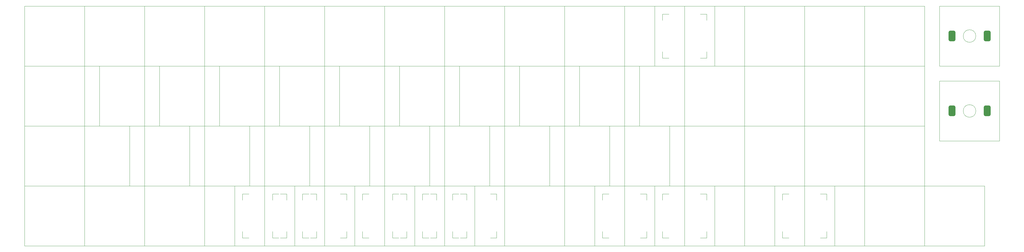
<source format=gbr>
G04 #@! TF.GenerationSoftware,KiCad,Pcbnew,8.0.4-1.fc39*
G04 #@! TF.CreationDate,2024-09-17T21:02:33-04:00*
G04 #@! TF.ProjectId,Q9-Chimera,51392d43-6869-46d6-9572-612e6b696361,rev?*
G04 #@! TF.SameCoordinates,Original*
G04 #@! TF.FileFunction,OtherDrawing,Comment*
%FSLAX46Y46*%
G04 Gerber Fmt 4.6, Leading zero omitted, Abs format (unit mm)*
G04 Created by KiCad (PCBNEW 8.0.4-1.fc39) date 2024-09-17 21:02:33*
%MOMM*%
%LPD*%
G01*
G04 APERTURE LIST*
G04 Aperture macros list*
%AMRoundRect*
0 Rectangle with rounded corners*
0 $1 Rounding radius*
0 $2 $3 $4 $5 $6 $7 $8 $9 X,Y pos of 4 corners*
0 Add a 4 corners polygon primitive as box body*
4,1,4,$2,$3,$4,$5,$6,$7,$8,$9,$2,$3,0*
0 Add four circle primitives for the rounded corners*
1,1,$1+$1,$2,$3*
1,1,$1+$1,$4,$5*
1,1,$1+$1,$6,$7*
1,1,$1+$1,$8,$9*
0 Add four rect primitives between the rounded corners*
20,1,$1+$1,$2,$3,$4,$5,0*
20,1,$1+$1,$4,$5,$6,$7,0*
20,1,$1+$1,$6,$7,$8,$9,0*
20,1,$1+$1,$8,$9,$2,$3,0*%
G04 Aperture macros list end*
%ADD10C,0.120000*%
%ADD11C,0.100000*%
%ADD12RoundRect,0.550000X0.550000X-1.150000X0.550000X1.150000X-0.550000X1.150000X-0.550000X-1.150000X0*%
G04 APERTURE END LIST*
D10*
G04 #@! TO.C,MX53*
X120650000Y-92075000D02*
X120650000Y-73025000D01*
X120650000Y-73025000D02*
X101600000Y-73025000D01*
X101600000Y-92075000D02*
X120650000Y-92075000D01*
X101600000Y-73025000D02*
X101600000Y-92075000D01*
G04 #@! TO.C,MX95*
X139699904Y-92074992D02*
X139699904Y-73024992D01*
X139699904Y-73024992D02*
X120649904Y-73024992D01*
X120649904Y-92074992D02*
X139699904Y-92074992D01*
X120649904Y-73024992D02*
X120649904Y-92074992D01*
G04 #@! TO.C,MX60*
X234950000Y-92075000D02*
X234950000Y-73025000D01*
X234950000Y-73025000D02*
X215900000Y-73025000D01*
X215900000Y-92075000D02*
X234950000Y-92075000D01*
X215900000Y-73025000D02*
X215900000Y-92075000D01*
G04 #@! TO.C,SW2*
X317912500Y-49212500D02*
G75*
G02*
X313912500Y-49212500I-2000000J0D01*
G01*
X313912500Y-49212500D02*
G75*
G02*
X317912500Y-49212500I2000000J0D01*
G01*
G04 #@! TO.C,SW1*
X317912500Y-25400000D02*
G75*
G02*
X313912500Y-25400000I-2000000J0D01*
G01*
X313912500Y-25400000D02*
G75*
G02*
X317912500Y-25400000I2000000J0D01*
G01*
G04 #@! TO.C,MX9*
D11*
X168275000Y-34925000D02*
X187325000Y-34925000D01*
X187325000Y-15875000D01*
X168275000Y-15875000D01*
X168275000Y-34925000D01*
G04 #@! TO.C,MX20*
X73025000Y-53975000D02*
X92075000Y-53975000D01*
X92075000Y-34925000D01*
X73025000Y-34925000D01*
X73025000Y-53975000D01*
G04 #@! TO.C,MX90*
X220662318Y-73025000D02*
X244474818Y-73025000D01*
X244474818Y-53975000D01*
X220662318Y-53975000D01*
X220662318Y-73025000D01*
G04 #@! TO.C,MX49*
X34925000Y-92075000D02*
X53975000Y-92075000D01*
X53975000Y-73025000D01*
X34925000Y-73025000D01*
X34925000Y-92075000D01*
G04 #@! TO.C,MX36*
X92075000Y-53975000D02*
X73025000Y-53975000D01*
X73025000Y-73025000D01*
X92075000Y-73025000D01*
X92075000Y-53975000D01*
G04 #@! TO.C,MX16*
X306387500Y-34925000D02*
X325437500Y-34925000D01*
X325437500Y-15875000D01*
X306387500Y-15875000D01*
X306387500Y-34925000D01*
G04 #@! TO.C,MX5*
X92075000Y-34925000D02*
X111125000Y-34925000D01*
X111125000Y-15875000D01*
X92075000Y-15875000D01*
X92075000Y-34925000D01*
G04 #@! TO.C,MX37*
X111125000Y-53975000D02*
X92075000Y-53975000D01*
X92075000Y-73025000D01*
X111125000Y-73025000D01*
X111125000Y-53975000D01*
G04 #@! TO.C,MX82*
X68262448Y-73025000D02*
X87312448Y-73025000D01*
X87312448Y-53975000D01*
X68262448Y-53975000D01*
X68262448Y-73025000D01*
G04 #@! TO.C,MX44*
X244475000Y-53975000D02*
X225425000Y-53975000D01*
X225425000Y-73025000D01*
X244475000Y-73025000D01*
X244475000Y-53975000D01*
G04 #@! TO.C,MX30*
X263525000Y-53975000D02*
X282575000Y-53975000D01*
X282575000Y-34925000D01*
X263525000Y-34925000D01*
X263525000Y-53975000D01*
G04 #@! TO.C,MX52*
X111125000Y-92075000D02*
X92075000Y-92075000D01*
X92075000Y-73025000D01*
X111125000Y-73025000D01*
X111125000Y-92075000D01*
G04 #@! TO.C,MX50*
X53975000Y-92075000D02*
X73025000Y-92075000D01*
X73025000Y-73025000D01*
X53975000Y-73025000D01*
X53975000Y-92075000D01*
G04 #@! TO.C,MX83*
X87312432Y-73025000D02*
X106362432Y-73025000D01*
X106362432Y-53975000D01*
X87312432Y-53975000D01*
X87312432Y-73025000D01*
G04 #@! TO.C,MX74*
X134937408Y-34925000D02*
X115887408Y-34925000D01*
X115887408Y-53975000D01*
X134937408Y-53975000D01*
X134937408Y-34925000D01*
G04 #@! TO.C,MX47*
X282575000Y-73025000D02*
X301625000Y-73025000D01*
X301625000Y-53975000D01*
X282575000Y-53975000D01*
X282575000Y-73025000D01*
G04 #@! TO.C,MX73*
X115887424Y-34925000D02*
X96837424Y-34925000D01*
X96837424Y-53975000D01*
X115887424Y-53975000D01*
X115887424Y-34925000D01*
G04 #@! TO.C,MX1*
X15875000Y-34925000D02*
X34925000Y-34925000D01*
X34925000Y-15875000D01*
X15875000Y-15875000D01*
X15875000Y-34925000D01*
G04 #@! TO.C,MX65*
X301625000Y-92075000D02*
X320675000Y-92075000D01*
X320675000Y-73025000D01*
X301625000Y-73025000D01*
X301625000Y-92075000D01*
D10*
G04 #@! TO.C,S2*
X130175000Y-73025000D02*
X130175000Y-92075000D01*
X142225000Y-75550000D02*
X144225000Y-75550000D01*
X142225000Y-77550000D02*
X142225000Y-75550000D01*
X142225000Y-89550000D02*
X142225000Y-87550000D01*
X144225000Y-89550000D02*
X142225000Y-89550000D01*
X156225000Y-75550000D02*
X154225000Y-75550000D01*
X156225000Y-77550000D02*
X156225000Y-75550000D01*
X156225000Y-87550000D02*
X156225000Y-89550000D01*
X156225000Y-89550000D02*
X154225000Y-89550000D01*
X168275000Y-73025000D02*
X130175000Y-73025000D01*
X168275000Y-73025000D02*
X168275000Y-92075000D01*
X168275000Y-92075000D02*
X130175000Y-92075000D01*
G04 #@! TO.C,MX84*
D11*
X106362416Y-73025000D02*
X125412416Y-73025000D01*
X125412416Y-53975000D01*
X106362416Y-53975000D01*
X106362416Y-73025000D01*
G04 #@! TO.C,MX28*
X244475000Y-34925000D02*
X225425000Y-34925000D01*
X225425000Y-53975000D01*
X244475000Y-53975000D01*
X244475000Y-34925000D01*
G04 #@! TO.C,MX67*
X273049792Y-73025000D02*
X253999792Y-73025000D01*
X253999792Y-92075000D01*
X273049792Y-92075000D01*
X273049792Y-73025000D01*
G04 #@! TO.C,MX71*
X77787456Y-34925000D02*
X58737456Y-34925000D01*
X58737456Y-53975000D01*
X77787456Y-53975000D01*
X77787456Y-34925000D01*
D10*
G04 #@! TO.C,S9*
X187325000Y-73025000D02*
X187325000Y-92075000D01*
X199375000Y-75550000D02*
X201375000Y-75550000D01*
X199375000Y-77550000D02*
X199375000Y-75550000D01*
X199375000Y-89550000D02*
X199375000Y-87550000D01*
X201375000Y-89550000D02*
X199375000Y-89550000D01*
X213375000Y-75550000D02*
X211375000Y-75550000D01*
X213375000Y-77550000D02*
X213375000Y-75550000D01*
X213375000Y-87550000D02*
X213375000Y-89550000D01*
X213375000Y-89550000D02*
X211375000Y-89550000D01*
X225425000Y-73025000D02*
X187325000Y-73025000D01*
X225425000Y-73025000D02*
X225425000Y-92075000D01*
X225425000Y-92075000D02*
X187325000Y-92075000D01*
D11*
G04 #@! TO.C,MX80*
X49212486Y-73025000D02*
X15874986Y-73025000D01*
X15874986Y-53975000D01*
X49212486Y-53975000D01*
X49212486Y-73025000D01*
G04 #@! TO.C,MX19*
X53975000Y-53975000D02*
X73025000Y-53975000D01*
X73025000Y-34925000D01*
X53975000Y-34925000D01*
X53975000Y-53975000D01*
G04 #@! TO.C,MX51*
X73025000Y-92075000D02*
X92075000Y-92075000D01*
X92075000Y-73025000D01*
X73025000Y-73025000D01*
X73025000Y-92075000D01*
D10*
G04 #@! TO.C,S5*
X73025000Y-73025000D02*
X73025000Y-92075000D01*
X94600000Y-75550000D02*
X96600000Y-75550000D01*
X94600000Y-77550000D02*
X94600000Y-75550000D01*
X94600000Y-89550000D02*
X94600000Y-87550000D01*
X96600000Y-89550000D02*
X94600000Y-89550000D01*
X108600000Y-75550000D02*
X106600000Y-75550000D01*
X108600000Y-77550000D02*
X108600000Y-75550000D01*
X108600000Y-87550000D02*
X108600000Y-89550000D01*
X108600000Y-89550000D02*
X106600000Y-89550000D01*
X130175000Y-73025000D02*
X73025000Y-73025000D01*
X130175000Y-73025000D02*
X130175000Y-92075000D01*
X130175000Y-92075000D02*
X73025000Y-92075000D01*
G04 #@! TO.C,S3*
X206375000Y-73025000D02*
X206375000Y-92075000D01*
X218425000Y-75550000D02*
X220425000Y-75550000D01*
X218425000Y-77550000D02*
X218425000Y-75550000D01*
X218425000Y-89550000D02*
X218425000Y-87550000D01*
X220425000Y-89550000D02*
X218425000Y-89550000D01*
X232425000Y-75550000D02*
X230425000Y-75550000D01*
X232425000Y-77550000D02*
X232425000Y-75550000D01*
X232425000Y-87550000D02*
X232425000Y-89550000D01*
X232425000Y-89550000D02*
X230425000Y-89550000D01*
X244475000Y-73025000D02*
X206375000Y-73025000D01*
X244475000Y-73025000D02*
X244475000Y-92075000D01*
X244475000Y-92075000D02*
X206375000Y-92075000D01*
D11*
G04 #@! TO.C,MX69*
X39687490Y-53975000D02*
X15874990Y-53975000D01*
X15874990Y-34925000D01*
X39687490Y-34925000D01*
X39687490Y-53975000D01*
G04 #@! TO.C,MX92*
X215900000Y-73025000D02*
X196850000Y-73025000D01*
X196850000Y-92075000D01*
X215900000Y-92075000D01*
X215900000Y-73025000D01*
G04 #@! TO.C,MX35*
X73025000Y-53975000D02*
X53975000Y-53975000D01*
X53975000Y-73025000D01*
X73025000Y-73025000D01*
X73025000Y-53975000D01*
D10*
G04 #@! TO.C,S13*
X34924904Y-73024992D02*
X34924904Y-92074992D01*
X34924904Y-73024992D02*
X225424904Y-73024992D01*
X123174904Y-75549992D02*
X125174905Y-75549992D01*
X123174904Y-77549993D02*
X123174904Y-75549992D01*
X123174904Y-89549992D02*
X123174904Y-87549991D01*
X125174905Y-89549992D02*
X123174904Y-89549992D01*
X137174904Y-75549992D02*
X135174903Y-75549992D01*
X137174904Y-77549993D02*
X137174904Y-75549992D01*
X137174904Y-87549991D02*
X137174904Y-89549992D01*
X137174904Y-89549992D02*
X135174903Y-89549992D01*
X225424904Y-73024992D02*
X225424904Y-92074992D01*
X225424904Y-92074992D02*
X34924904Y-92074992D01*
G04 #@! TO.C,MX31*
D11*
X282575000Y-53975000D02*
X301625000Y-53975000D01*
X301625000Y-34925000D01*
X282575000Y-34925000D01*
X282575000Y-53975000D01*
G04 #@! TO.C,MX10*
X187325000Y-34925000D02*
X206375000Y-34925000D01*
X206375000Y-15875000D01*
X187325000Y-15875000D01*
X187325000Y-34925000D01*
G04 #@! TO.C,MX12*
X244475000Y-15875000D02*
X225425000Y-15875000D01*
X225425000Y-34925000D01*
X244475000Y-34925000D01*
X244475000Y-15875000D01*
G04 #@! TO.C,MX77*
X192087360Y-34925000D02*
X173037360Y-34925000D01*
X173037360Y-53975000D01*
X192087360Y-53975000D01*
X192087360Y-34925000D01*
G04 #@! TO.C,MX23*
X130175000Y-53975000D02*
X149225000Y-53975000D01*
X149225000Y-34925000D01*
X130175000Y-34925000D01*
X130175000Y-53975000D01*
G04 #@! TO.C,MX17*
X15875000Y-53975000D02*
X34925000Y-53975000D01*
X34925000Y-34925000D01*
X15875000Y-34925000D01*
X15875000Y-53975000D01*
D10*
G04 #@! TO.C,S8*
X73025000Y-73025000D02*
X73025000Y-92075000D01*
X85075000Y-75550000D02*
X87075000Y-75550000D01*
X85075000Y-77550000D02*
X85075000Y-75550000D01*
X85075000Y-89550000D02*
X85075000Y-87550000D01*
X87075000Y-89550000D02*
X85075000Y-89550000D01*
X99075000Y-75550000D02*
X97075000Y-75550000D01*
X99075000Y-77550000D02*
X99075000Y-75550000D01*
X99075000Y-87550000D02*
X99075000Y-89550000D01*
X99075000Y-89550000D02*
X97075000Y-89550000D01*
X111125000Y-73025000D02*
X73025000Y-73025000D01*
X111125000Y-73025000D02*
X111125000Y-92075000D01*
X111125000Y-92075000D02*
X73025000Y-92075000D01*
G04 #@! TO.C,MX24*
D11*
X149225000Y-53975000D02*
X168275000Y-53975000D01*
X168275000Y-34925000D01*
X149225000Y-34925000D01*
X149225000Y-53975000D01*
G04 #@! TO.C,MX75*
X153987392Y-34925000D02*
X134937392Y-34925000D01*
X134937392Y-53975000D01*
X153987392Y-53975000D01*
X153987392Y-34925000D01*
G04 #@! TO.C,MX81*
X49212464Y-73025000D02*
X68262464Y-73025000D01*
X68262464Y-53975000D01*
X49212464Y-53975000D01*
X49212464Y-73025000D01*
G04 #@! TO.C,MX85*
X125412400Y-73025000D02*
X144462400Y-73025000D01*
X144462400Y-53975000D01*
X125412400Y-53975000D01*
X125412400Y-73025000D01*
G04 #@! TO.C,MX27*
X225425000Y-34925000D02*
X206375000Y-34925000D01*
X206375000Y-53975000D01*
X225425000Y-53975000D01*
X225425000Y-34925000D01*
G04 #@! TO.C,MX26*
X187325000Y-53975000D02*
X206375000Y-53975000D01*
X206375000Y-34925000D01*
X187325000Y-34925000D01*
X187325000Y-53975000D01*
D10*
G04 #@! TO.C,S7*
X206374824Y-15874992D02*
X244474824Y-15874992D01*
X206374824Y-34924992D02*
X206374824Y-15874992D01*
X206374824Y-34924992D02*
X244474824Y-34924992D01*
X218424824Y-18399992D02*
X220424824Y-18399992D01*
X218424824Y-20399992D02*
X218424824Y-18399992D01*
X218424824Y-30399992D02*
X218424824Y-32399992D01*
X218424824Y-32399992D02*
X220424824Y-32399992D01*
X230424824Y-18399992D02*
X232424824Y-18399992D01*
X232424824Y-18399992D02*
X232424824Y-20399992D01*
X232424824Y-30399992D02*
X232424824Y-32399992D01*
X232424824Y-32399992D02*
X230424824Y-32399992D01*
X244474824Y-34924992D02*
X244474824Y-15874992D01*
G04 #@! TO.C,MX13*
D11*
X244475000Y-34925000D02*
X263525000Y-34925000D01*
X263525000Y-15875000D01*
X244475000Y-15875000D01*
X244475000Y-34925000D01*
D10*
G04 #@! TO.C,S4*
X244474792Y-73025000D02*
X244474792Y-92075000D01*
X256524792Y-75550000D02*
X258524792Y-75550000D01*
X256524792Y-77550000D02*
X256524792Y-75550000D01*
X256524792Y-89550000D02*
X256524792Y-87550000D01*
X258524792Y-89550000D02*
X256524792Y-89550000D01*
X270524792Y-75550000D02*
X268524792Y-75550000D01*
X270524792Y-77550000D02*
X270524792Y-75550000D01*
X270524792Y-87550000D02*
X270524792Y-89550000D01*
X270524792Y-89550000D02*
X268524792Y-89550000D01*
X282574792Y-73025000D02*
X244474792Y-73025000D01*
X282574792Y-73025000D02*
X282574792Y-92075000D01*
X282574792Y-92075000D02*
X244474792Y-92075000D01*
G04 #@! TO.C,S6*
X111125000Y-73025000D02*
X111125000Y-92075000D01*
X132700000Y-75550000D02*
X134700000Y-75550000D01*
X132700000Y-77550000D02*
X132700000Y-75550000D01*
X132700000Y-89550000D02*
X132700000Y-87550000D01*
X134700000Y-89550000D02*
X132700000Y-89550000D01*
X146700000Y-75550000D02*
X144700000Y-75550000D01*
X146700000Y-77550000D02*
X146700000Y-75550000D01*
X146700000Y-87550000D02*
X146700000Y-89550000D01*
X146700000Y-89550000D02*
X144700000Y-89550000D01*
X168275000Y-73025000D02*
X111125000Y-73025000D01*
X168275000Y-73025000D02*
X168275000Y-92075000D01*
X168275000Y-92075000D02*
X111125000Y-92075000D01*
G04 #@! TO.C,MX62*
D11*
X244475000Y-92075000D02*
X263525000Y-92075000D01*
X263525000Y-73025000D01*
X244475000Y-73025000D01*
X244475000Y-92075000D01*
G04 #@! TO.C,MX78*
X211137344Y-34925000D02*
X192087344Y-34925000D01*
X192087344Y-53975000D01*
X211137344Y-53975000D01*
X211137344Y-34925000D01*
G04 #@! TO.C,MX4*
X73025000Y-34925000D02*
X92075000Y-34925000D01*
X92075000Y-15875000D01*
X73025000Y-15875000D01*
X73025000Y-34925000D01*
G04 #@! TO.C,MX61*
X225425000Y-92075000D02*
X244475000Y-92075000D01*
X244475000Y-73025000D01*
X225425000Y-73025000D01*
X225425000Y-92075000D01*
G04 #@! TO.C,MX41*
X187325000Y-53975000D02*
X168275000Y-53975000D01*
X168275000Y-73025000D01*
X187325000Y-73025000D01*
X187325000Y-53975000D01*
G04 #@! TO.C,MX15*
X282575000Y-34925000D02*
X301625000Y-34925000D01*
X301625000Y-15875000D01*
X282575000Y-15875000D01*
X282575000Y-34925000D01*
G04 #@! TO.C,MX57*
X168275000Y-92075000D02*
X187325000Y-92075000D01*
X187325000Y-73025000D01*
X168275000Y-73025000D01*
X168275000Y-92075000D01*
G04 #@! TO.C,MX39*
X149225000Y-53975000D02*
X130175000Y-53975000D01*
X130175000Y-73025000D01*
X149225000Y-73025000D01*
X149225000Y-53975000D01*
G04 #@! TO.C,MX68*
X215899824Y-34924992D02*
X234949824Y-34924992D01*
X234949824Y-15874992D01*
X215899824Y-15874992D01*
X215899824Y-34924992D01*
G04 #@! TO.C,MX66*
X158750000Y-73025000D02*
X139700000Y-73025000D01*
X139700000Y-92075000D01*
X158750000Y-92075000D01*
X158750000Y-73025000D01*
G04 #@! TO.C,MX14*
X263525000Y-34925000D02*
X282575000Y-34925000D01*
X282575000Y-15875000D01*
X263525000Y-15875000D01*
X263525000Y-34925000D01*
G04 #@! TO.C,MX88*
X182562352Y-73025000D02*
X201612352Y-73025000D01*
X201612352Y-53975000D01*
X182562352Y-53975000D01*
X182562352Y-73025000D01*
G04 #@! TO.C,MX40*
X168275000Y-53975000D02*
X149225000Y-53975000D01*
X149225000Y-73025000D01*
X168275000Y-73025000D01*
X168275000Y-53975000D01*
G04 #@! TO.C,MX11*
X225425000Y-15875000D02*
X206375000Y-15875000D01*
X206375000Y-34925000D01*
X225425000Y-34925000D01*
X225425000Y-15875000D01*
G04 #@! TO.C,MX89*
X201612336Y-73025000D02*
X220662336Y-73025000D01*
X220662336Y-53975000D01*
X201612336Y-53975000D01*
X201612336Y-73025000D01*
G04 #@! TO.C,MX48*
X15875000Y-92075000D02*
X34925000Y-92075000D01*
X34925000Y-73025000D01*
X15875000Y-73025000D01*
X15875000Y-92075000D01*
G04 #@! TO.C,MX54*
X111125000Y-92075000D02*
X130175000Y-92075000D01*
X130175000Y-73025000D01*
X111125000Y-73025000D01*
X111125000Y-92075000D01*
G04 #@! TO.C,MX70*
X58737472Y-34925000D02*
X39687472Y-34925000D01*
X39687472Y-53975000D01*
X58737472Y-53975000D01*
X58737472Y-34925000D01*
G04 #@! TO.C,MX21*
X92075000Y-53975000D02*
X111125000Y-53975000D01*
X111125000Y-34925000D01*
X92075000Y-34925000D01*
X92075000Y-53975000D01*
G04 #@! TO.C,MX59*
X206375000Y-92075000D02*
X225425000Y-92075000D01*
X225425000Y-73025000D01*
X206375000Y-73025000D01*
X206375000Y-92075000D01*
G04 #@! TO.C,MX25*
X168275000Y-53975000D02*
X187325000Y-53975000D01*
X187325000Y-34925000D01*
X168275000Y-34925000D01*
X168275000Y-53975000D01*
G04 #@! TO.C,MX32*
X306387500Y-58737500D02*
X325437500Y-58737500D01*
X325437500Y-39687500D01*
X306387500Y-39687500D01*
X306387500Y-58737500D01*
G04 #@! TO.C,MX43*
X225425000Y-53975000D02*
X206375000Y-53975000D01*
X206375000Y-73025000D01*
X225425000Y-73025000D01*
X225425000Y-53975000D01*
G04 #@! TO.C,MX86*
X144462384Y-73025000D02*
X163512384Y-73025000D01*
X163512384Y-53975000D01*
X144462384Y-53975000D01*
X144462384Y-73025000D01*
G04 #@! TO.C,MX22*
X111125000Y-53975000D02*
X130175000Y-53975000D01*
X130175000Y-34925000D01*
X111125000Y-34925000D01*
X111125000Y-53975000D01*
G04 #@! TO.C,MX46*
X263525000Y-73025000D02*
X282575000Y-73025000D01*
X282575000Y-53975000D01*
X263525000Y-53975000D01*
X263525000Y-73025000D01*
G04 #@! TO.C,MX56*
X149225000Y-92075000D02*
X168275000Y-92075000D01*
X168275000Y-73025000D01*
X149225000Y-73025000D01*
X149225000Y-92075000D01*
G04 #@! TO.C,MX72*
X96837440Y-34925000D02*
X77787440Y-34925000D01*
X77787440Y-53975000D01*
X96837440Y-53975000D01*
X96837440Y-34925000D01*
G04 #@! TO.C,MX91*
X101600000Y-73025000D02*
X82550000Y-73025000D01*
X82550000Y-92075000D01*
X101600000Y-92075000D01*
X101600000Y-73025000D01*
G04 #@! TO.C,MX29*
X244475000Y-53975000D02*
X263525000Y-53975000D01*
X263525000Y-34925000D01*
X244475000Y-34925000D01*
X244475000Y-53975000D01*
G04 #@! TO.C,MX42*
X206375000Y-53975000D02*
X187325000Y-53975000D01*
X187325000Y-73025000D01*
X206375000Y-73025000D01*
X206375000Y-53975000D01*
G04 #@! TO.C,MX33*
X15875000Y-73025000D02*
X34925000Y-73025000D01*
X34925000Y-53975000D01*
X15875000Y-53975000D01*
X15875000Y-73025000D01*
G04 #@! TO.C,MX34*
X34925000Y-73025000D02*
X53975000Y-73025000D01*
X53975000Y-53975000D01*
X34925000Y-53975000D01*
X34925000Y-73025000D01*
D10*
G04 #@! TO.C,S1*
X92075000Y-73025000D02*
X92075000Y-92075000D01*
X104125000Y-75550000D02*
X106125000Y-75550000D01*
X104125000Y-77550000D02*
X104125000Y-75550000D01*
X104125000Y-89550000D02*
X104125000Y-87550000D01*
X106125000Y-89550000D02*
X104125000Y-89550000D01*
X118125000Y-75550000D02*
X116125000Y-75550000D01*
X118125000Y-77550000D02*
X118125000Y-75550000D01*
X118125000Y-87550000D02*
X118125000Y-89550000D01*
X118125000Y-89550000D02*
X116125000Y-89550000D01*
X130175000Y-73025000D02*
X92075000Y-73025000D01*
X130175000Y-73025000D02*
X130175000Y-92075000D01*
X130175000Y-92075000D02*
X92075000Y-92075000D01*
G04 #@! TO.C,MX87*
D11*
X163512368Y-73025000D02*
X182562368Y-73025000D01*
X182562368Y-53975000D01*
X163512368Y-53975000D01*
X163512368Y-73025000D01*
G04 #@! TO.C,MX45*
X244475000Y-73025000D02*
X263525000Y-73025000D01*
X263525000Y-53975000D01*
X244475000Y-53975000D01*
X244475000Y-73025000D01*
D10*
G04 #@! TO.C,S10*
X130175000Y-73025000D02*
X130175000Y-92075000D01*
X151750000Y-75550000D02*
X153750000Y-75550000D01*
X151750000Y-77550000D02*
X151750000Y-75550000D01*
X151750000Y-89550000D02*
X151750000Y-87550000D01*
X153750000Y-89550000D02*
X151750000Y-89550000D01*
X165750000Y-75550000D02*
X163750000Y-75550000D01*
X165750000Y-77550000D02*
X165750000Y-75550000D01*
X165750000Y-87550000D02*
X165750000Y-89550000D01*
X165750000Y-89550000D02*
X163750000Y-89550000D01*
X187325000Y-73025000D02*
X130175000Y-73025000D01*
X187325000Y-73025000D02*
X187325000Y-92075000D01*
X187325000Y-92075000D02*
X130175000Y-92075000D01*
G04 #@! TO.C,MX64*
D11*
X282575000Y-92075000D02*
X301625000Y-92075000D01*
X301625000Y-73025000D01*
X282575000Y-73025000D01*
X282575000Y-92075000D01*
G04 #@! TO.C,MX18*
X34925000Y-53975000D02*
X53975000Y-53975000D01*
X53975000Y-34925000D01*
X34925000Y-34925000D01*
X34925000Y-53975000D01*
G04 #@! TO.C,MX63*
X263525000Y-92075000D02*
X282575000Y-92075000D01*
X282575000Y-73025000D01*
X263525000Y-73025000D01*
X263525000Y-92075000D01*
G04 #@! TO.C,MX76*
X173037376Y-34925000D02*
X153987376Y-34925000D01*
X153987376Y-53975000D01*
X173037376Y-53975000D01*
X173037376Y-34925000D01*
G04 #@! TO.C,MX2*
X34925000Y-34925000D02*
X53975000Y-34925000D01*
X53975000Y-15875000D01*
X34925000Y-15875000D01*
X34925000Y-34925000D01*
G04 #@! TO.C,MX58*
X187325000Y-92075000D02*
X206375000Y-92075000D01*
X206375000Y-73025000D01*
X187325000Y-73025000D01*
X187325000Y-92075000D01*
G04 #@! TO.C,MX6*
X111125000Y-34925000D02*
X130175000Y-34925000D01*
X130175000Y-15875000D01*
X111125000Y-15875000D01*
X111125000Y-34925000D01*
G04 #@! TO.C,MX8*
X149225000Y-34925000D02*
X168275000Y-34925000D01*
X168275000Y-15875000D01*
X149225000Y-15875000D01*
X149225000Y-34925000D01*
G04 #@! TO.C,MX38*
X130175000Y-53975000D02*
X111125000Y-53975000D01*
X111125000Y-73025000D01*
X130175000Y-73025000D01*
X130175000Y-53975000D01*
G04 #@! TO.C,MX79*
X244474822Y-53975000D02*
X211137322Y-53975000D01*
X211137322Y-34925000D01*
X244474822Y-34925000D01*
X244474822Y-53975000D01*
G04 #@! TO.C,MX7*
X130175000Y-34925000D02*
X149225000Y-34925000D01*
X149225000Y-15875000D01*
X130175000Y-15875000D01*
X130175000Y-34925000D01*
G04 #@! TO.C,MX3*
X53975000Y-34925000D02*
X73025000Y-34925000D01*
X73025000Y-15875000D01*
X53975000Y-15875000D01*
X53975000Y-34925000D01*
G04 #@! TO.C,MX55*
X130175000Y-92075000D02*
X149225000Y-92075000D01*
X149225000Y-73025000D01*
X130175000Y-73025000D01*
X130175000Y-92075000D01*
G04 #@! TD*
D12*
G04 #@! TO.C,SW2*
X310312500Y-49212500D03*
X321512500Y-49212500D03*
G04 #@! TD*
G04 #@! TO.C,SW1*
X310312500Y-25400000D03*
X321512500Y-25400000D03*
G04 #@! TD*
M02*

</source>
